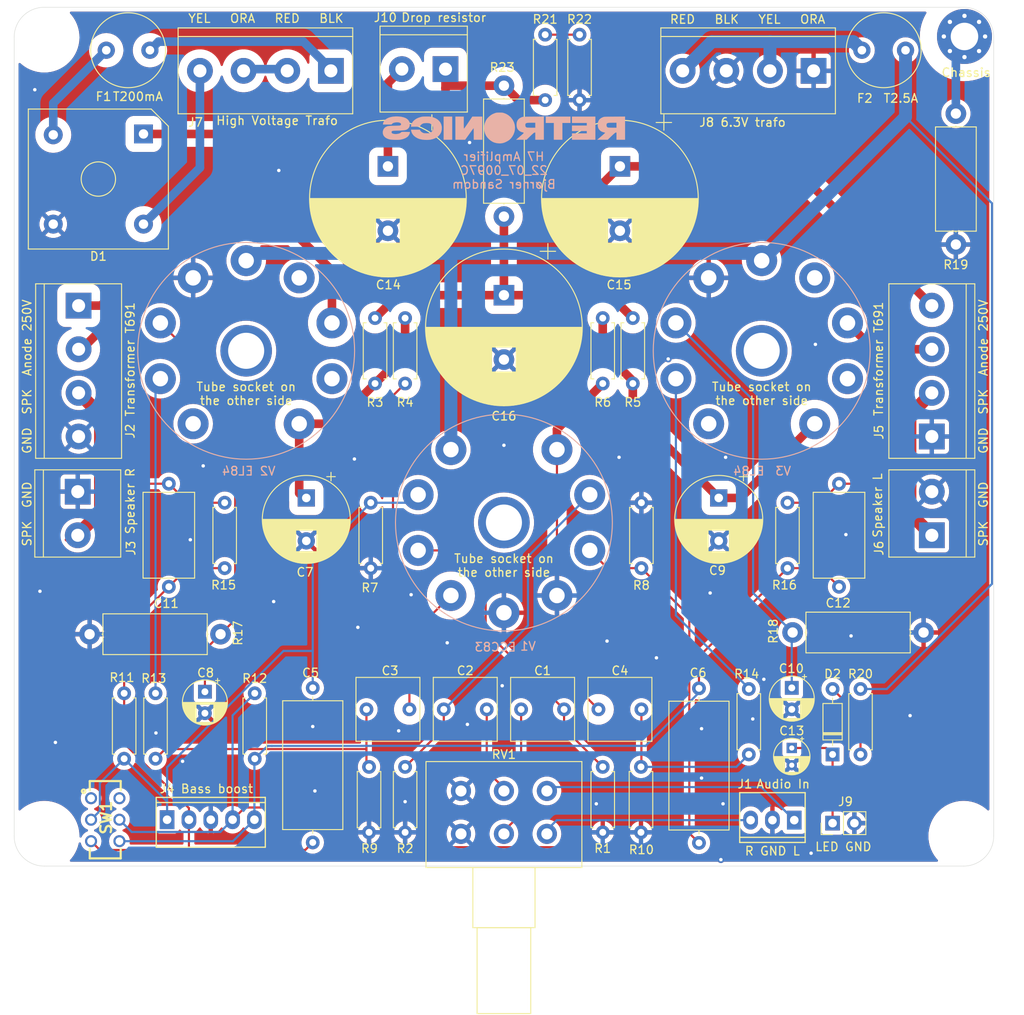
<source format=kicad_pcb>
(kicad_pcb (version 20211014) (generator pcbnew)
  (layers (0 "F.Cu" signal) (31 "B.Cu" signal) (34 "B.Paste" user) (35 "F.Paste" user) (36 "B.SilkS" user "B.Silkscreen") (37 "F.SilkS" user "F.Silkscreen") (38 "B.Mask" user) (39 "F.Mask" user) (44 "Edge.Cuts" user))
  (net 0 "")
  (net 1 "Net-(C1-Pad2)")
  (net 2 "Net-(C1-Pad1)")
  (net 3 "Net-(C2-Pad2)")
  (net 4 "Net-(C2-Pad1)")
  (net 5 "Net-(C3-Pad2)")
  (net 6 "Net-(C3-Pad1)")
  (net 7 "Net-(C4-Pad2)")
  (net 8 "Net-(C4-Pad1)")
  (net 9 "GND")
  (net 10 "Net-(C7-Pad1)")
  (net 11 "Net-(C8-Pad1)")
  (net 12 "Net-(C9-Pad1)")
  (net 13 "Net-(C10-Pad1)")
  (net 14 "Net-(C11-Pad2)")
  (net 15 "Net-(C12-Pad2)")
  (net 16 "Net-(C13-Pad1)")
  (net 17 "255V")
  (net 18 "220V")
  (net 19 "Net-(D1-Pad2)")
  (net 20 "Net-(F2-Pad2)")
  (net 21 "Heater")
  (net 22 "Net-(J1-Pad1)")
  (net 23 "Net-(R13-Pad2)")
  (net 24 "Net-(R14-Pad2)")
  (net 26 "Net-(F1-Pad1)")
  (net 27 "Net-(D1-Pad4)")
  (net 28 "Net-(J1-Pad3)")
  (net 29 "Net-(J2-Pad2)")
  (net 30 "Net-(C14-Pad1)")
  (net 31 "Net-(D2-Pad2)")
  (net 33 "BB_L_2")
  (net 34 "BB_L_1")
  (net 35 "BB_R_2")
  (net 36 "BB_R_1")
  (net 37 "Net-(J5-Pad3)")
  (net 38 "Net-(J7-Pad2)")
  (net 39 "Net-(H4-Pad1)")
  (net 40 "Net-(R21-Pad2)")
  (footprint "Capacitor_THT:C_Rect_L7.2mm_W7.2mm_P5.00mm_FKS2_FKP2_MKS2_MKP2" (layer "F.Cu") (at 143 116.75 180)
    (fp_text reference "C1")
    (fp_text value "47nF")
  )
  (footprint "Capacitor_THT:C_Rect_L7.2mm_W7.2mm_P5.00mm_FKS2_FKP2_MKS2_MKP2" (layer "F.Cu") (at 129 116.75)
    (fp_text reference "C2")
    (fp_text value "47nF")
  )
  (footprint "Capacitor_THT:C_Rect_L7.2mm_W7.2mm_P5.00mm_FKS2_FKP2_MKS2_MKP2" (layer "F.Cu") (at 125 116.75 180)
    (fp_text reference "C3")
    (fp_text value "47nF")
  )
  (footprint "Capacitor_THT:C_Rect_L7.2mm_W7.2mm_P5.00mm_FKS2_FKP2_MKS2_MKP2" (layer "F.Cu") (at 147 116.75)
    (fp_text reference "C4")
    (fp_text value "47nF")
  )
  (footprint "myDevices:C_Axial_L15.0mm_D7mm_P18.00mm_Horizontal" (layer "F.Cu") (at 113.75 114.25 -90)
    (fp_text reference "C5")
    (fp_text value "220nF")
  )
  (footprint "myDevices:C_Axial_L15.0mm_D7mm_P18.00mm_Horizontal" (layer "F.Cu") (at 158.7 132.3 90)
    (fp_text reference "C6")
    (fp_text value "220nF")
  )
  (footprint "Capacitor_THT:CP_Radial_D5.0mm_P2.50mm" (layer "F.Cu") (at 101.2 114.7 -90)
    (fp_text reference "C8")
    (fp_text value "100µF 16V")
  )
  (footprint "Capacitor_THT:CP_Radial_D10.0mm_P5.00mm" (layer "F.Cu") (at 161 92.132323 -90)
    (fp_text reference "C9")
    (fp_text value "4.7µF 400V")
  )
  (footprint "Capacitor_THT:CP_Radial_D5.0mm_P2.50mm" (layer "F.Cu") (at 169.5 114.25 -90)
    (fp_text reference "C10")
    (fp_text value "100µF 16V")
  )
  (footprint "myDevices:C_Axial_L10.0mm_D6mm_P12.00mm_Horizontal" (layer "F.Cu") (at 97 102.475 90)
    (fp_text reference "C11")
    (fp_text value "330pF")
  )
  (footprint "myDevices:C_Axial_L10.0mm_D6mm_P12.00mm_Horizontal" (layer "F.Cu") (at 175 102.475 90)
    (fp_text reference "C12")
    (fp_text value "330pF")
  )
  (footprint "Fuse:Fuse_Littelfuse_372_D8.50mm" (layer "F.Cu") (at 182.74 40 180)
    (fp_text reference "F2")
    (fp_text value "T2.5A")
  )
  (footprint "myDevices:KF2510-3P" (layer "F.Cu") (at 167.25 129.65 180)
    (fp_text reference "J1")
    (fp_text value "Audio in")
  )
  (footprint "myDevices:TerminalBlock_LCSC_P5.08mm_4" (layer "F.Cu") (at 115.86 42.4 180)
    (fp_text reference "J7")
    (fp_text value "HighVoltage")
  )
  (footprint "Resistor_THT:R_Axial_DIN0207_L6.3mm_D2.5mm_P7.62mm_Horizontal" (layer "F.Cu") (at 147.5 123.45 -90)
    (fp_text reference "R1")
    (fp_text value "10MΩ")
  )
  (footprint "Resistor_THT:R_Axial_DIN0207_L6.3mm_D2.5mm_P7.62mm_Horizontal" (layer "F.Cu") (at 124.5 123.45 -90)
    (fp_text reference "R2")
    (fp_text value "10MΩ")
  )
  (footprint "Resistor_THT:R_Axial_DIN0207_L6.3mm_D2.5mm_P7.62mm_Horizontal" (layer "F.Cu") (at 121 71.19 -90)
    (fp_text reference "R3")
    (fp_text value "1.2kΩ")
  )
  (footprint "Resistor_THT:R_Axial_DIN0207_L6.3mm_D2.5mm_P7.62mm_Horizontal" (layer "F.Cu") (at 124.5 71.19 -90)
    (fp_text reference "R4")
    (fp_text value "200kΩ")
  )
  (footprint "Resistor_THT:R_Axial_DIN0207_L6.3mm_D2.5mm_P7.62mm_Horizontal" (layer "F.Cu") (at 151 71.19 -90)
    (fp_text reference "R5")
    (fp_text value "1.2kΩ")
  )
  (footprint "Resistor_THT:R_Axial_DIN0207_L6.3mm_D2.5mm_P7.62mm_Horizontal" (layer "F.Cu") (at 147.5 71.19 -90)
    (fp_text reference "R6")
    (fp_text value "200kΩ")
  )
  (footprint "Resistor_THT:R_Axial_DIN0207_L6.3mm_D2.5mm_P7.62mm_Horizontal" (layer "F.Cu") (at 120.5 92.69 -90)
    (fp_text reference "R7")
    (fp_text value "150Ω")
  )
  (footprint "Resistor_THT:R_Axial_DIN0207_L6.3mm_D2.5mm_P7.62mm_Horizontal" (layer "F.Cu") (at 152 100.31 90)
    (fp_text reference "R8")
    (fp_text value "150Ω")
  )
  (footprint "Resistor_THT:R_Axial_DIN0207_L6.3mm_D2.5mm_P7.62mm_Horizontal" (layer "F.Cu") (at 120.3 123.45 -90)
    (fp_text reference "R9")
    (fp_text value "510kΩ")
  )
  (footprint "Resistor_THT:R_Axial_DIN0207_L6.3mm_D2.5mm_P7.62mm_Horizontal" (layer "F.Cu") (at 151.95 123.45 -90)
    (fp_text reference "R10")
    (fp_text value "510kΩ")
  )
  (footprint "Resistor_THT:R_Axial_DIN0207_L6.3mm_D2.5mm_P7.62mm_Horizontal" (layer "F.Cu") (at 91.8 122.5 90)
    (fp_text reference "R11")
    (fp_text value "7.5kΩ")
  )
  (footprint "Resistor_THT:R_Axial_DIN0207_L6.3mm_D2.5mm_P7.62mm_Horizontal" (layer "F.Cu") (at 107 114.88 -90)
    (fp_text reference "R12")
    (fp_text value "7.5kΩ")
  )
  (footprint "Resistor_THT:R_Axial_DIN0207_L6.3mm_D2.5mm_P7.62mm_Horizontal" (layer "F.Cu") (at 95.45 122.5 90)
    (fp_text reference "R13")
    (fp_text value "3.3kΩ")
  )
  (footprint "Resistor_THT:R_Axial_DIN0207_L6.3mm_D2.5mm_P7.62mm_Horizontal" (layer "F.Cu") (at 164.5 122 90)
    (fp_text reference "R14")
    (fp_text value "3.3kΩ")
  )
  (footprint "Resistor_THT:R_Axial_DIN0207_L6.3mm_D2.5mm_P7.62mm_Horizontal" (layer "F.Cu") (at 103.5 100.31 90)
    (fp_text reference "R15")
    (fp_text value "3.3kΩ")
  )
  (footprint "Resistor_THT:R_Axial_DIN0207_L6.3mm_D2.5mm_P7.62mm_Horizontal" (layer "F.Cu") (at 169 100.31 90)
    (fp_text reference "R16")
    (fp_text value "3.3kΩ")
  )
  (footprint "Resistor_THT:R_Axial_DIN0414_L11.9mm_D4.5mm_P15.24mm_Horizontal" (layer "F.Cu") (at 103.02 108 180)
    (fp_text reference "R17")
    (fp_text value "160Ω 1W")
  )
  (footprint "Resistor_THT:R_Axial_DIN0414_L11.9mm_D4.5mm_P15.24mm_Horizontal" (layer "F.Cu") (at 169.6 107.8)
    (fp_text reference "R18")
    (fp_text value "160Ω 1W")
  )
  (footprint "Potentiometer_THT:Potentiometer_Alps_RK163_Dual_Horizontal" (layer "F.Cu") (at 131 131.25 -90)
    (fp_text reference "RV1")
    (fp_text value "200kΩ")
  )
  (footprint "MountingHole:MountingHole_3.2mm_M3" (layer "F.Cu") (at 82.5 38.5)
    (fp_text reference "H1" hide)
    (fp_text value "MountingHole")
  )
  (footprint "MountingHole:MountingHole_3.2mm_M3" (layer "F.Cu") (at 82.5 131.5)
    (fp_text reference "H2" hide)
    (fp_text value "MountingHole")
  )
  (footprint "MountingHole:MountingHole_3.2mm_M3" (layer "F.Cu") (at 189.5 131.5)
    (fp_text reference "H3" hide)
    (fp_text value "MountingHole")
  )
  (footprint "Capacitor_THT:CP_Radial_D18.0mm_P7.50mm" (layer "F.Cu") (at 122.5 53.52222 -90)
    (fp_text reference "C14")
    (fp_text value "47µF 400V")
  )
  (footprint "Fuse:Fuse_Littelfuse_372_D8.50mm" (layer "F.Cu") (at 94.8 40 180)
    (fp_text reference "F1")
    (fp_text value "T200mA")
  )
  (footprint "myDevices:TerminalBlock_LCSC_P5.08mm" (layer "F.Cu") (at 86.4 91.4 -90)
    (fp_text reference "J3")
    (fp_text value "Speaker L")
  )
  (footprint "myDevices:TerminalBlock_LCSC_P5.08mm" (layer "F.Cu") (at 185.8 96.48 90)
    (fp_text reference "J6")
    (fp_text value "Speaker R")
  )
  (footprint "myDevices:TerminalBlock_LCSC_P5.08mm_4" (layer "F.Cu") (at 86.5 69.74 -90)
    (fp_text reference "J2")
    (fp_text value "Tandberg 691")
  )
  (footprint "myDevices:TerminalBlock_LCSC_P5.08mm_4" (layer "F.Cu") (at 185.8 84.98 90)
    (fp_text reference "J5")
    (fp_text value "Tandberg 691")
  )
  (footprint "Resistor_THT:R_Axial_DIN0414_L11.9mm_D4.5mm_P15.24mm_Horizontal" (layer "F.Cu") (at 136 59.37 90)
    (fp_text reference "R23")
    (fp_text value "8.2kΩ 2W")
  )
  (footprint "Capacitor_THT:CP_Radial_D18.0mm_P7.50mm" (layer "F.Cu") (at 136 68.52222 -90)
    (fp_text reference "C16")
    (fp_text value "47µF 400V")
  )
  (footprint "Capacitor_THT:CP_Radial_D18.0mm_P7.50mm" (layer "F.Cu") (at 149.5 53.52222 -90)
    (fp_text reference "C15")
    (fp_text value "47µF 400V")
  )
  (footprint "myDevices:Diode_Bridge_Vishay_KBPC810" (layer "F.Cu") (at 94.05 49.75 -90)
    (fp_text reference "D1")
    (fp_text value "VS-KBPC810")
  )
  (footprint "SamacSys_Parts:JS202011CQN" (layer "F.Cu") (at 89.6 129.6 -90)
    (fp_text reference "SW1")
    (fp_text value "SW_DPDT_x2" hide)
  )
  (footprint "Capacitor_THT:CP_Radial_D10.0mm_P5.00mm" (layer "F.Cu") (at 113 92.132323 -90)
    (fp_text reference "C7")
    (fp_text value "4.7µF 400V")
  )
  (footprint "myDevices:TerminalBlock_LCSC_P5.08mm" (layer "F.Cu") (at 129.2 42.2 180)
    (fp_text reference "J10")
    (fp_text value "Ext resistor")
  )
  (footprint "Resistor_THT:R_Axial_DIN0207_L6.3mm_D2.5mm_P7.62mm_Horizontal" (layer "F.Cu") (at 140.8 45.81 90)
    (fp_text reference "R21")
    (fp_text value "330kΩ")
  )
  (footprint "Resistor_THT:R_Axial_DIN0207_L6.3mm_D2.5mm_P7.62mm_Horizontal" (layer "F.Cu") (at 144.8 38.19 -90)
    (fp_text reference "R22")
    (fp_text value "330kΩ")
  )
  (footprint "Resistor_THT:R_Axial_DIN0414_L11.9mm_D4.5mm_P15.24mm_Horizontal" (layer "F.Cu") (at 188.6 47.38 -90)
    (fp_text reference "R19")
    (fp_text value "100Ω 2W")
  )
  (footprint "Capacitor_THT:CP_Radial_D4.0mm_P2.00mm" (layer "F.Cu") (at 169.5 121.25 -90)
    (fp_text reference "C13")
    (fp_text value "22µF")
  )
  (footprint "Diode_THT:D_DO-35_SOD27_P7.62mm_Horizontal" (layer "F.Cu") (at 174.25 122 90)
    (fp_text reference "D2")
    (fp_text value "1N4148")
  )
  (footprint "Connector_PinHeader_2.54mm:PinHeader_1x02_P2.54mm_Vertical" (layer "F.Cu") (at 174.25 130 90)
    (fp_text reference "J9")
    (fp_text value "Power LED")
  )
  (footprint "Resistor_THT:R_Axial_DIN0207_L6.3mm_D2.5mm_P7.62mm_Horizontal" (layer "F.Cu") (at 177.5 114.38 -90)
    (fp_text reference "R20")
    (fp_text value "330Ω")
  )
  (footprint "myDevices:TerminalBlock_LCSC_P5.08mm_4" (layer "F.Cu") (at 172.04 42.4 180)
    (fp_text reference "J8")
    (fp_text value "Heaters 6.3V")
  )
  (footprint "MountingHole:MountingHole_3.2mm_M3_Pad_Via" (layer "F.Cu") (at 189.6 38.4)
    (fp_text reference "H4" hide)
    (fp_text value "MountingHole_Pad")
  )
  (footprint "myDevices:KF2510-5P" (layer "F.Cu") (at 96.8 129.6)
    (fp_text reference "J4")
    (fp_text value "Bass boost")
  )
  (footprint "myDevices:Socket_Noval_Ceramic_1" (layer "B.Cu") (at 106 75)
    (fp_text reference "V2")
    (fp_text value "EL84")
  )
  (footprint "myDevices:Socket_Noval_Ceramic_1" (layer "B.Cu") (at 166 75)
    (fp_text reference "V3")
    (fp_text value "EL84")
  )
  (footprint "myDevices:Socket_Noval_Ceramic_1" (layer "B.Cu") (at 136 95 180)
    (fp_text reference "V1")
    (fp_text value "ECC83")
  )
  (footprint "Graphics:retronics_logo_small" (layer "B.Cu") (at 135.99664 49 180)
    (fp_text reference "G***" hide)
    (fp_text value "LOGO" hide)
  )
  (gr_line (start 79 131.5) (end 79 38.5) (layer "Edge.Cuts") (width 0.05))
  (gr_line (start 193 38.5) (end 193 131.5) (layer "Edge.Cuts") (width 0.05))
  (gr_arc (start 79 38.5) (mid 80.025126 36.025126) (end 82.5 35) (layer "Edge.Cuts") (width 0.05))
  (gr_arc (start 82.5 135) (mid 80.025126 133.974874) (end 79 131.5) (layer "Edge.Cuts") (width 0.05))
  (gr_line (start 82.5 35) (end 189.5 35) (layer "Edge.Cuts") (width 0.05))
  (gr_line (start 189.5 135) (end 82.5 135) (layer "Edge.Cuts") (width 0.05))
  (gr_arc (start 189.5 35) (mid 191.974874 36.025126) (end 193 38.5) (layer "Edge.Cuts") (width 0.05))
  (gr_arc (start 193 131.5) (mid 191.974874 133.974874) (end 189.5 135) (layer "Edge.Cuts") (width 0.05))
  (gr_text "EL84" (at 105 89) (layer "B.SilkS") (effects (font (size 1 1)) (justify mirror)))
  (gr_text "ECC83" (at 135 109.5) (layer "B.SilkS") (effects (font (size 1 1)) (justify mirror)))
  (gr_text "H7 Amplifier\n22_07_0097C\nBjørner Sandom\n" (at 136 54) (layer "B.SilkS") (effects (font (size 1 1)) (justify mirror)))
  (gr_text "EL84" (at 164.5 89) (layer "B.SilkS") (effects (font (size 1 1)) (justify mirror)))
  (gr_text "Speaker L" (at 179.5 93 90) (layer "F.SilkS") (effects (font (size 1 1))))
  (gr_text "SPK  GND" (at 191.8 94 90) (layer "F.SilkS") (effects (font (size 1 1))))
  (gr_text "SPK  GND" (at 80.5 94 90) (layer "F.SilkS") (effects (font (size 1 1))))
  (gr_text "Speaker R" (at 92.5 92.5 90) (layer "F.SilkS") (effects (font (size 1 1))))
  (gr_text "T200mA" (at 93.4 45.4) (layer "F.SilkS") (effects (font (size 1 1))))
  (gr_text "T2.5A" (at 182.2 45.6) (layer "F.SilkS") (effects (font (size 1 1))))
  (gr_text "Tube socket on\nthe other side" (at 166 80) (layer "F.SilkS") (effects (font (size 1 1))))
  (gr_text "GND  SPK  Anode 250V" (at 80.5 78 90) (layer "F.SilkS") (effects (font (size 1 1))))
  (gr_text "High Voltage Trafo" (at 109.6 48.2) (layer "F.SilkS") (effects (font (size 1 1))))
  (gr_text "Drop resistor" (at 129 36.2) (layer "F.SilkS") (effects (font (size 1 1))))
  (gr_text "LED GND" (at 175.5 132.75) (layer "F.SilkS") (effects (font (size 1 1))))
  (gr_text "Chassis" (at 189.8 42.6) (layer "F.SilkS") (effects (font (size 1 1))))
  (gr_text "RED   BLK   YEL   ORA" (at 164.36 36.4) (layer "F.SilkS") (effects (font (size 1 1))))
  (gr_text "Bass boost" (at 102.6 126) (layer "F.SilkS") (effects (font (size 1 1))))
  (gr_text "YEL   ORA   RED   BLK" (at 108.3 36.3) (layer "F.SilkS") (effects (font (size 1 1))))
  (gr_text "R GND L" (at 167.25 133.25) (layer "F.SilkS") (effects (font (size 1 1))))
  (gr_text "Tube socket on\nthe other side" (at 136 100) (layer "F.SilkS") (effects (font (size 1 1))))
  (gr_text "Audio In" (at 168.5 125.45) (layer "F.SilkS") (effects (font (size 1 1))))
  (gr_text "GND  SPK  Anode 250V" (at 191.8 78 90) (layer "F.SilkS") (effects (font (size 1 1))))
  (gr_text "Transformer T691" (at 179.6 75.94 90) (layer "F.SilkS") (effects (font (size 1 1))))
  (gr_text "6.3V trafo" (at 165 48.4) (layer "F.SilkS") (effects (font (size 1 1))))
  (gr_text "Tube socket on\nthe other side" (at 106 80) (layer "F.SilkS") (effects (font (size 1 1))))
  (gr_text "Transformer T691" (at 92.5 76 90) (layer "F.SilkS") (effects (font (size 1 1))))
  (segment (start 138 128.91) (end 138 116.75) (width 0.25) (layer "F.Cu") (net 1))
  (segment (start 136 130.91) (end 138 128.91) (width 0.25) (layer "F.Cu") (net 1))
  (segment (start 133.875489 107.625489) (end 133.875489 103.275489) (width 0.25) (layer "F.Cu") (net 2))
  (segment (start 143 116.75) (end 143 118.95) (width 0.25) (layer "F.Cu") (net 2))
  (segment (start 128.844678 98.244678) (end 126.013907 98.244678) (width 0.25) (layer "F.Cu") (net 2))
  (segment (start 143 118.95) (end 147.5 123.45) (width 0.25) (layer "F.Cu") (net 2))
  (segment (start 143 116.75) (end 133.875489 107.625489) (width 0.25) (layer "F.Cu") (net 2))
  (segment (start 133.875489 103.275489) (end 128.844678 98.244678) (width 0.25) (layer "F.Cu") (net 2))
  (segment (start 134 116.75) (end 134 123.91) (width 0.25) (layer "F.Cu") (net 3))
  (segment (start 134 123.91) (end 136 125.91) (width 0.25) (layer "F.Cu") (net 3))
  (segment (start 129 118.95) (end 124.5 123.45) (width 0.25) (layer "F.Cu") (net 4))
  (segment (start 129 117.25) (end 129 118.95) (width 0.25) (layer "F.Cu") (net 4))
  (segment (start 138.8 107) (end 138.8 98.941415) (width 0.25) (layer "B.Cu") (net 4))
  (segment (start 129.05 116.75) (end 138.8 107) (width 0.25) (layer "B.Cu") (net 4))
  (segment (start 138.8 98.941415) (end 145.986093 91.755322) (width 0.25) (layer "B.Cu") (net 4))
  (segment (start 129 116.75) (end 129.05 116.75) (width 0.25) (layer "B.Cu") (net 4))
  (segment (start 119.975489 121.375489) (end 120 121.4) (width 0.25) (layer "F.Cu") (net 5))
  (segment (start 95.45 122.5) (end 96.574511 121.375489) (width 0.25) (layer "F.Cu") (net 5))
  (segment (start 120 123.3) (end 120.3 123.6) (width 0.25) (layer "F.Cu") (net 5))
  (segment (start 120 121.4) (end 120 123.3) (width 0.25) (layer "F.Cu") (net 5))
  (segment (start 96.574511 121.375489) (end 119.975489 121.375489) (width 0.25) (layer "F.Cu") (net 5))
  (segment (start 120 117.25) (end 120 121.4) (width 0.25) (layer "F.Cu") (net 5))
  (segment (start 125 116.75) (end 125 108.322933) (width 0.25) (layer "F.Cu") (net 6))
  (segment (start 125 108.322933) (end 129.828255 103.494678) (width 0.25) (layer "F.Cu") (net 6))
  (segment (start 124.5 78.81) (end 123.089396 80.220604) (width 0.25) (layer "F.Cu") (net 6))
  (segment (start 123.089396 106.412329) (end 125 108.322933) (width 0.25) (layer "F.Cu") (net 6))
  (segment (start 123.089396 80.220604) (end 123.089396 106.412329) (width 0.25) (layer "F.Cu") (net 6))
  (segment (start 152 123.4) (end 151.95 123.45) (width 0.25) (layer "F.Cu") (net 7))
  (segment (start 152 117.25) (end 152 123.4) (width 0.25) (layer "F.Cu") (net 7))
  (segment (start 163.05 123.45) (end 164.5 122) (width 0.25) (layer "B.Cu") (net 7))
  (segment (start 151.95 123.45) (end 163.05 123.45) (width 0.25) (layer "B.Cu") (net 7))
  (segment (start 145.475489 101.875489) (end 142.171745 98.571745) (width 0.25) (layer "F.Cu") (net 8))
  (segment (start 147 116.75) (end 145.475489 115.225489) (width 0.25) (layer "F.Cu") (net 8))
  (segment (start 142.171745 84.138255) (end 147.5 78.81) (width 1) (layer "F.Cu") (net 8))
  (segment (start 142.171745 98.571745) (end 142.171745 86.505322) (width 0.25) (layer "F.Cu") (net 8))
  (segment (start 142.171745 86.505322) (end 142.171745 86.171745) (width 1) (layer "F.Cu") (net 8))
  (segment (start 142.171745 86.505322) (end 142.171745 84.138255) (width 1) (layer "F.Cu") (net 8))
  (segment (start 145.475489 115.225489) (end 145.475489 101.875489) (width 0.25) (layer "F.Cu") (net 8))
  (via (at 153.75 110.75) (size 0.8) (drill 0.4) (layers "F.Cu" "B.Cu") (net 9))
  (via (at 136 86) (size 0.8) (drill 0.4) (layers "F.Cu" "B.Cu") (net 9))
  (via (at 124.5 127.5) (size 0.8) (drill 0.4) (layers "F.Cu" "B.Cu") (net 9))
  (via (at 183.27 117.48) (size 0.8) (drill 0.4) (layers "F.Cu" "B.Cu") (net 9))
  (via (at 118.6 87.6) (size 0.8) (drill 0.4) (layers "F.Cu" "B.Cu") (net 9))
  (via (at 81.4 44.6) (size 0.8) (drill 0.4) (layers "F.Cu" "B.Cu") (net 9))
  (via (at 171.75 133.5) (size 0.8) (drill 0.4) (layers "F.Cu" "B.Cu") (net 9))
  (via (at 123.75 119.25) (size 0.8) (drill 0.4) (layers "F.Cu" "B.Cu") (net 9))
  (via (at 148 108.8) (size 0.8) (drill 0.4) (layers "F.Cu" "B.Cu") (net 9))
  (via (at 175.8 96.4) (size 0.8) (drill 0.4) (layers "F.Cu" "B.Cu") (net 9))
  (via (at 95.5 119.5) (size 0.8) (drill 0.4) (layers "F.Cu" "B.Cu") (net 9))
  (via (at 129.4 109) (size 0.8) (drill 0.4) (layers "F.Cu" "B.Cu") (net 9))
  (via (at 125.2 103.4) (size 0.8) (drill 0.4) (layers "F.Cu" "B.Cu") (net 9))
  (via (at 109.8 54) (size 0.8) (drill 0.4) (layers "F.Cu" "B.Cu") (net 9))
  (via (at 176.4 108.2) (size 0.8) (drill 0.4) (layers "F.Cu" "B.Cu") (net 9))
  (via (at 159 124.75) (size 0.8) (drill 0.4) (layers "F.Cu" "B.Cu") (net 9))
  (via (at 161.5 127.75) (size 0.8) (drill 0.4) (layers "F.Cu" "B.Cu") (net 9))
  (via (at 114 126.25) (size 0.8) (drill 0.4) (layers "F.Cu" "B.Cu") (net 9))
  (via (at 101 88.4) (size 0.8) (drill 0.4) (layers "F.Cu" "B.Cu") (net 9))
  (via (at 82 103) (size 0.8) (drill 0.4) (layers "F.Cu" "B.Cu") (net 9))
  (via (at 113.75 118.75) (size 0.8) (drill 0.4) (layers "F.Cu" "B.Cu") (net 9))
  (via (at 172.25 74.25) (size 0.8) (drill 0.4) (layers "F.Cu" "B.Cu") (net 9))
  (via (at 159 119) (size 0.8) (drill 0.4) (layers "F.Cu" "B.Cu") (net 9))
  (via (at 135.8 114) (size 0.8) (drill 0.4) (layers "F.Cu" "B.Cu") (net 9))
  (via (at 83.8 120.6) (size 0.8) (drill 0.4) (layers "F.Cu" "B.Cu") (net 9))
  (via (at 99.5 97) (size 0.8) (drill 0.4) (layers "F.Cu" "B.Cu") (net 9))
  (via (at 164.96 117.87) (size 0.8) (drill 0.4) (layers "F.Cu" "B.Cu") (net 9))
  (via (at 155.12 75.95) (size 0.8) (drill 0.4) (layers "F.Cu" "B.Cu") (net 9))
  (via (at 160 103.2) (size 0.8) (drill 0.4) (layers "F.Cu" "B.Cu") (net 9))
  (via (at 109.2 104.2) (size 0.8) (drill 0.4) (layers "F.Cu" "B.Cu") (net 9))
  (via (at 146.75 127.75) (size 0.8) (drill 0.4) (layers "F.Cu" "B.Cu") (net 9))
  (via (at 131.75 118.5) (size 0.8) (drill 0.4) (layers "F.Cu" "B.Cu") (net 9))
  (via (at 166.25 113.25) (size 0.8) (drill 0.4) (layers "F.Cu" "B.Cu") (net 9))
  (via (at 119 107.2) (size 0.8) (drill 0.4) (layers "F.Cu" "B.Cu") (net 9))
  (via (at 132 50.75) (size 0.8) (drill 0.4) (layers "F.Cu" "B.Cu") (net 9))
  (via (at 161.25 134.25) (size 0.8) (drill 0.4) (layers "F.Cu" "B.Cu") (net 9))
  (via (at 161.8 87.4) (size 0.8) (drill 0.4) (layers "F.Cu" "B.Cu") (net 9))
  (via (at 149.4 87.4) (size 0.8) (drill 0.4) (layers "F.Cu" "B.Cu") (net 9))
  (via (at 98.6 122.8) (size 0.8) (drill 0.4) (layers "F.Cu" "B.Cu") (net 9))
  (segment (start 121 78.81) (end 116.315322 83.494678) (width 1) (layer "F.Cu") (net 10))
  (segment (start 124.5 71.19) (end 124.5 75.31) (width 1) (layer "F.Cu") (net 10))
  (segment (start 124.5 75.31) (end 121 78.81) (width 1) (layer "F.Cu") (net 10))
  (segment (start 116.315322 83.494678) (end 112.171745 83.494678) (width 1) (layer "F.Cu") (net 10))
  (segment (start 113 92.132323) (end 113 92.4) (width 1) (layer "F.Cu") (net 10))
  (segment (start 112.171745 91.571745) (end 112.171745 83.494678) (width 1) (layer "F.Cu") (net 10))
  (segment (start 113 92.4) (end 112.171745 91.571745) (width 1) (layer "F.Cu") (net 10))
  (segment (start 104.724511 106.295489) (end 104.724511 80.465926) (width 0.25) (layer "F.Cu") (net 11))
  (segment (start 101.2 114.7) (end 101.2 109.82) (width 0.25) (layer "F.Cu") (net 11))
  (segment (start 101.2 109.82) (end 103.02 108) (width 0.25) (layer "F.Cu") (net 11))
  (segment (start 104.724511 80.465926) (end 96.013907 71.755322) (width 0.25) (layer "F.Cu") (net 11))
  (segment (start 103.02 108) (end 104.724511 106.295489) (width 0.25) (layer "F.Cu") (net 11))
  (segment (start 161 92.132323) (end 151 82.132323) (width 1) (layer "F.Cu") (net 12))
  (segment (start 147.5 75) (end 147.5 71.19) (width 1) (layer "F.Cu") (net 12))
  (segment (start 163.5341 92.132323) (end 161 92.132323) (width 1) (layer "F.Cu") (net 12))
  (segment (start 172.171745 83.494678) (end 163.5341 92.132323) (width 1) (layer "F.Cu") (net 12))
  (segment (start 151 82.132323) (end 151 78.81) (width 1) (layer "F.Cu") (net 12))
  (segment (start 151 78.81) (end 151 78.5) (width 1) (layer "F.Cu") (net 12))
  (segment (start 151 78.5) (end 147.5 75) (width 1) (layer "F.Cu") (net 12))
  (segment (start 156.013907 71.755322) (end 165 80.741415) (width 0.25) (layer "B.Cu") (net 13))
  (segment (start 169.5 114.25) (end 169.5 107.9) (width 0.25) (layer "B.Cu") (net 13))
  (segment (start 165 103.2) (end 169.6 107.8) (width 0.25) (layer "B.Cu") (net 13))
  (segment (start 169.5 107.9) (end 169.6 107.8) (width 0.25) (layer "B.Cu") (net 13))
  (segment (start 165 80.741415) (end 165 103.2) (width 0.25) (layer "B.Cu") (net 13))
  (segment (start 99.215 92.69) (end 97 90.475) (width 0.25) (layer "F.Cu") (net 14))
  (segment (start 89.049511 82.449511) (end 86.5 79.9) (width 1.5) (layer "F.Cu") (net 14))
  (segment (start 89.049511 90.249511) (end 89.049511 82.449511) (width 1.5) (layer "F.Cu") (net 14))
  (segment (start 85.92 97.08) (end 86 97) (width 0.25) (layer "F.Cu") (net 14))
  (segment (start 85.31 97.08) (end 85.08 97.08) (width 0.25) (layer "F.Cu") (net 14))
  (segment (start 89.049511 93.740489) (end 89.049511 90.249511) (width 1.5) (layer "F.Cu") (net 14))
  (segment (start 85.31 97.08) (end 85.92 97.08) (width 0.25) (layer "F.Cu") (net 14))
  (segment (start 103.5 92.69) (end 99.215 92.69) (width 0.25) (layer "F.Cu") (net 14))
  (segment (start 86.31 96.48) (end 89.049511 93.740489) (width 1.5) (layer "F.Cu") (net 14))
  (segment (start 89.049511 90.249511) (end 89.275 90.475) (width 0.25) (layer "F.Cu") (net 14))
  (segment (start 85.08 97.08) (end 85 97) (width 0.25) (layer "F.Cu") (net 14))
  (segment (start 89.275 90.475) (end 97 90.475) (width 0.25) (layer "F.Cu") (net 14))
  (segment (start 183.250489 90.750489) (end 183.250489 82.449511) (width 1.5) (layer "F.Cu") (net 15))
  (segment (start 182.975 90.475) (end 183.250489 90.750489) (width 0.25) (layer "F.Cu") (net 15))
  (segment (start 172.785 92.69) (end 175 90.475) (width 0.25) (layer "F.Cu") (net 15))
  (segment (start 175 90.475) (end 182.975 90.475) (width 0.25) (layer "F.Cu") (net 15))
  (segment (start 183.250489 93.930489) (end 183.250489 90.750489) (width 1.5) (layer "F.Cu") (net 15))
  (segment (start 183.250489 82.449511) (end 185.8 79.9) (width 1.5) (layer "F.Cu") (net 15))
  (segment (start 169 92.69) (end 172.785 92.69) (width 0.25) (layer "F.Cu") (net 15))
  (segment (start 185.8 96.48) (end 183.250489 93.930489) (width 1.5) (layer "F.Cu") (net 15))
  (segment (start 169.5 121.25) (end 173.5 121.25) (width 0.25) (layer "F.Cu") (net 16))
  (segment (start 174.25 122) (end 174.25 130) (width 0.25) (layer "F.Cu") (net 16))
  (segment (start 173.5 121.25) (end 174.25 122) (width 0.25) (layer "F.Cu") (net 16))
  (segment (start 129.47 44.13) (end 129.2 44.4) (width 1) (layer "F.Cu") (net 17))
  (segment (start 86.5 69.74) (end 89.099615 69.74) (width 1) (layer "F.Cu") (net 17))
  (segment (start 129.2 56) (end 129.421731 56.221731) (width 1) (layer "F.Cu") (net 17))
  (segment (start 146.800489 56.221731) (end 149.5 53.52222) (width 1) (layer "F.Cu") (net 17))
  (segment (start 129.421731 56.221731) (end 146.800489 56.221731) (width 1) (layer "F.Cu") (net 17))
  (segment (start 149.5 53.52222) (end 169.58222 53.52222) (width 1) (layer "F.Cu") (net 17))
  (segment (start 140.8 45.81) (end 137.68 45.81) (width 1) (layer "F.Cu") (net 17))
  (segment (start 137.68 45.81) (end 136 44.13) (width 1) (layer "F.Cu") (net 17))
  (segment (start 136 44.13) (end 129.47 44.13) (width 1) (layer "F.Cu") (net 17))
  (segment (start 89.099615 69.74) (end 102.617884 56.221731) (width 1) (layer "F.Cu") (net 17))
  (segment (start 129.2 44.4) (end 129.2 56) (width 1) (layer "F.Cu") (net 17))
  (segment (start 169.58222 53.52222) (end 185.8 69.74) (width 1) (layer "F.Cu") (net 17))
  (segment (start 129.2 42.2) (end 129.2 44.4) (width 1) (layer "F.Cu") (net 17))
  (segment (start 102.617884 56.221731) (end 129.421731 56.221731) (width 1) (layer "F.Cu") (net 17))
  (segment (start 121 71.19) (end 123.66778 68.52222) (width 1) (layer "F.Cu") (net 18))
  (segment (start 136 68.52222) (end 136 59.37) (width 1) (layer "F.Cu") (net 18))
  (segment (start 148.33222 68.52222) (end 136 68.52222) (width 1) (layer "F.Cu") (net 18))
  (segment (start 123.66778 68.52222) (end 136 68.52222) (width 1) (layer "F.Cu") (net 18))
  (segment (start 151 71.19) (end 148.33222 68.52222) (width 1) (layer "F.Cu") (net 18))
  (segment (start 83.55 49.85) (end 83.55 46.17) (width 1) (layer "B.Cu") (net 19))
  (segment (start 83.55 46.17) (end 89.72 40) (width 1) (layer "B.Cu") (net 19))
  (segment (start 166.96 39.04) (end 167 39) (width 1.5) (layer "B.Cu") (net 20))
  (segment (start 177.66 40) (end 176.66 39) (width 1.5) (layer "B.Cu") (net 20))
  (segment (start 176.66 39) (end 167 39) (width 1.5) (layer "B.Cu") (net 20))
  (segment (start 167 39) (end 160.2 39) (width 1.5) (layer "B.Cu") (net 20))
  (segment (start 160.2 39) (end 156.8 42.4) (width 1.5) (layer "B.Cu") (net 20))
  (segment (start 166.96 42.4) (end 166.96 39.04) (width 1.5) (layer "B.Cu") (net 20))
  (segment (start 130.155811 63.655811) (end 165.155811 63.655811) (width 1.5) (layer "B.Cu") (net 21))
  (segment (start 130.155811 63.655811) (end 129.828255 63.983367) (width 1.5) (layer "B.Cu") (net 21))
  (segment (start 106 64.5) (end 106.844189 63.655811) (width 1.5) (layer "B.Cu") (net 21))
  (segment (start 182.74 47.76) (end 182.74 40) (width 1.5) (layer "B.Cu") (net 21))
  (segment (start 192.8 57.82) (end 182.74 47.76) (width 0.25) (layer "B.Cu") (net 21))
  (segment (start 177.5 114.38) (end 180.557407 114.38) (width 0.25) (layer "B.Cu") (net 21))
  (segment (start 129.828255 63.983367) (end 129.828255 86.505322) (width 1.5) (layer "B.Cu") (net 21))
  (segment (start 106.844189 63.655811) (end 130.155811 63.655811) (width 1.5) (layer "B.Cu") (net 21))
  (segment (start 180.557407 114.38) (end 192.8 102.137407) (width 0.25) (layer "B.Cu") (net 21))
  (segment (start 166 64.5) (end 182.74 47.76) (width 1.5) (layer "B.Cu") (net 21))
  (segment (start 192.8 102.137407) (end 192.8 57.82) (width 0.25) (layer "B.Cu") (net 21))
  (segment (start 165.155811 63.655811) (end 166 64.5) (width 1.5) (layer "B.Cu") (net 21))
  (segment (start 141 125.8) (end 165.94 125.8) (width 0.25) (layer "B.Cu") (net 22))
  (segment (start 165.94 125.8) (end 169.79 129.65) (width 0.25) (layer "B.Cu") (net 22))
  (segment (start 95.45 78.808585) (end 96.013907 78.244678) (width 0.25) (layer "B.Cu") (net 23))
  (segment (start 95.45 114.88) (end 95.45 78.808585) (width 0.25) (layer "B.Cu") (net 23))
  (segment (start 164.58 114.38) (end 156.013907 105.813907) (width 0.25) (layer "B.Cu") (net 24))
  (segment (start 164.5 114.38) (end 164.58 114.38) (width 0.25) (layer "B.Cu") (net 24))
  (segment (start 156.013907 105.813907) (end 156.013907 78.244678) (width 0.25) (layer "B.Cu") (net 24))
  (segment (start 112.66 39) (end 115.86 42.2) (width 1) (layer "B.Cu") (net 26))
  (segment (start 95.8 39) (end 112.66 39) (width 1) (layer "B.Cu") (net 26))
  (segment (start 94.8 40) (end 95.8 39) (width 1) (layer "B.Cu") (net 26))
  (segment (start 100.62 53.68) (end 94.05 60.25) (width 1) (layer "B.Cu") (net 27))
  (segment (start 100.62 42.2) (end 100.62 53.68) (width 1) (layer "B.Cu") (net 27))
  (segment (start 141 130.8) (end 142.15 129.65) (width 0.25) (layer "B.Cu") (net 28))
  (segment (start 142.15 129.65) (end 164.71 129.65) (width 0.25) (layer "B.Cu") (net 28))
  (segment (start 86.847363 74.82) (end 86.5 74.82) (width 1) (layer "F.Cu") (net 29))
  (segment (start 115.986093 71.755322) (end 115.986093 65.653456) (width 1) (layer "F.Cu") (net 29))
  (segment (start 111.533126 61.200489) (end 100.466874 61.200489) (width 1) (layer "F.Cu") (net 29))
  (segment (start 115.986093 65.653456) (end 111.533126 61.200489) (width 1) (layer "F.Cu") (net 29))
  (segment (start 100.466874 61.200489) (end 86.847363 74.82) (width 1) (layer "F.Cu") (net 29))
  (segment (start 122.5 53.52222) (end 122.5 49.7) (width 1) (layer "F.Cu") (net 30))
  (segment (start 122.45 49.75) (end 122.5 49.7) (width 1) (layer "F.Cu") (net 30))
  (segment (start 122.5 43.82) (end 124.12 42.2) (width 1) (layer "F.Cu") (net 30))
  (segment (start 94.05 49.75) (end 122.45 49.75) (width 1) (layer "F.Cu") (net 30))
  (segment (start 122.5 49.7) (end 122.5 43.82) (width 1) (layer "F.Cu") (net 30))
  (segment (start 177.5 122) (end 177.5 117.63) (width 0.25) (layer "F.Cu") (net 31))
  (segment (start 177.5 117.63) (end 174.25 114.38) (width 0.25) (layer "F.Cu") (net 31))
  (segment (start 112.875489 133.124511) (end 99.275489 133.124511) (width 0.25) (layer "F.Cu") (net 33))
  (segment (start 99.275489 133.124511) (end 88.974511 133.124511) (width 0.25) (layer "F.Cu") (net 33))
  (segment (start 91.8 120.71) (end 91.8 114.88) (width 0.25) (layer "F.Cu") (net 33))
  (segment (start 88.974511 133.124511) (end 87.95 132.1) (width 0.25) (layer "F.Cu") (net 33))
  (segment (start 103.5 100.31) (end 99.165 100.31) (width 0.25) (layer "F.Cu") (net 33))
  (segment (start 99.34 133.06) (end 99.275489 133.124511) (width 0.25) (layer "F.Cu") (net 33))
  (segment (start 99.165 100.31) (end 97 102.475) (width 0.25) (layer "F.Cu") (net 33))
  (segment (start 91.8 114.88) (end 91.8 107.675) (width 0.25) (layer "F.Cu") (net 33))
  (segment (start 91.8 107.675) (end 97 102.475) (width 0.25) (layer "F.Cu") (net 33))
  (segment (start 99.34 129.6) (end 99.34 133.06) (width 0.25) (layer "F.Cu") (net 33))
  (segment (start 99.34 129.6) (end 99.34 128.25) (width 0.25) (layer "F.Cu") (net 33))
  (segment (start 113.75 132.25) (end 112.875489 133.124511) (width 0.25) (layer "F.Cu") (net 33))
  (segment (start 99.34 128.25) (end 91.8 120.71) (width 0.25) (layer "F.Cu") (net 33))
  (segment (start 96.8 127.5) (end 91.8 122.5) (width 0.25) (layer "B.Cu") (net 34))
  (segment (start 87.95 129.6) (end 88.974511 128.575489) (width 0.25) (layer "B.Cu") (net 34))
  (segment (start 110.3397 109.95) (end 113.75 109.95) (width 0.25) (layer "B.Cu") (net 34))
  (segment (start 88.974511 128.575489) (end 88.974511 125.325489) (width 0.25) (layer "B.Cu") (net 34))
  (segment (start 96.8 129.6) (end 96.8 127.5) (width 0.25) (layer "B.Cu") (net 34))
  (segment (start 96.8 127.5) (end 96.8 123.4897) (width 0.25) (layer "B.Cu") (net 34))
  (segment (start 113.75 114.65) (end 113.75 114.25) (width 0.25) (layer "B.Cu") (net 34))
  (segment (start 113.75 114.25) (end 113.75 109.95) (width 0.25) (layer "B.Cu") (net 34))
  (segment (start 120.5 92.69) (end 125.079229 92.69) (width 0.25) (layer "B.Cu") (net 34))
  (segment (start 113.75 109.95) (end 113.75 99.44) (width 0.25) (layer "B.Cu") (net 34))
  (segment (start 88.974511 125.325489) (end 91.8 122.5) (width 0.25) (layer "B.Cu") (net 34))
  (segment (start 113.75 99.44) (end 120.5 92.69) (width 0.25) (layer "B.Cu") (net 34))
  (segment (start 125.079229 92.69) (end 126.013907 91.755322) (width 0.25) (layer "B.Cu") (net 34))
  (segment (start 96.8 123.4897) (end 110.3397 109.95) (width 0.25) (layer "B.Cu") (net 34))
  (segment (start 158.7 110.61) (end 169 100.31) (width 0.25) (layer "F.Cu") (net 35))
  (segment (start 172.835 100.31) (end 175 102.475) (width 0.25) (layer "F.Cu") (net 35))
  (segment (start 158.7 114.3) (end 158.7 110.61) (width 0.25) (layer "F.Cu") (net 35))
  (segment (start 169 100.31) (end 172.835 100.31) (width 0.25) (layer "F.Cu") (net 35))
  (segment (start 106.96 129.6) (end 106.96 122.54) (width 0.25) (layer "B.Cu") (net 35))
  (segment (start 109 121) (end 152.5 121) (width 0.25) (layer "B.Cu") (net 35))
  (segment (start 152.5 121) (end 155.35 118.15) (width 0.25) (layer "B.Cu") (net 35))
  (segment (start 106.96 122.54) (end 107 122.5) (width 0.25) (layer "B.Cu") (net 35))
  (segment (start 155.35 118.15) (end 158.75 114.75) (width 0.25) (layer "B.Cu") (net 35))
  (segment (start 104.46 132.1) (end 106.96 129.6) (width 0.25) (layer "B.Cu") (net 35))
  (segment (start 107 122.5) (end 108.5 121) (width 0.25) (layer "B.Cu") (net 35))
  (segment (start 108.5 121) (end 109 121) (width 0.25) (layer "B.Cu") (net 35))
  (segment (start 91.25 132.1) (end 104.46 132.1) (width 0.25) (layer "B.Cu") (net 35))
  (segment (start 124.150866 128.17548) (end 128.775386 132.8) (width 0.25) (layer "F.Cu") (net 36))
  (segment (start 148.051415 100.31) (end 145.986093 98.244678) (width 0.25) (layer "F.Cu") (net 36))
  (segment (start 158.7 132.3) (end 157.575489 131.175489) (width 0.25) (layer "F.Cu") (net 36))
  (segment (start 128.775386 132.8) (end 155.950978 132.8) (width 0.25) (layer "F.Cu") (net 36))
  (segment (start 104.42 129.6) (end 105.84452 128.17548) (width 0.25) (layer "F.Cu") (net 36))
  (segment (start 157.575489 105.885489) (end 152 100.31) (width 0.25) (layer "F.Cu") (net 36))
  (segment (start 155.950978 132.8) (end 157.575489 131.175489) (width 0.25) (layer "F.Cu") (net 36))
  (segment (start 105.84452 128.17548) (end 124.150866 128.17548) (width 0.25) (layer "F.Cu") (net 36))
  (segment (start 157.575489 131.175489) (end 157.575489 105.885489) (width 0.25) (layer "F.Cu") (net 36))
  (segment (start 152 100.31) (end 148.051415 100.31) (width 0.25) (layer "F.Cu") (net 36))
  (segment (start 104.42 117.46) (end 107 114.88) (width 0.25) (layer "B.Cu") (net 36))
  (segment (start 102.995489 131.024511) (end 92.674511 131.024511) (width 0.25) (layer "B.Cu") (net 36))
  (segment (start 104.42 129.6) (end 102.995489 131.024511) (width 0.25) (layer "B.Cu") (net 36))
  (segment (start 92.674511 131.024511) (end 91.25 129.6) (width 0.25) (layer "B.Cu") (net 36))
  (segment (start 104.42 129.6) (end 104.42 117.46) (width 0.25) (layer "B.Cu") (net 36))
  (segment (start 179.050771 74.82) (end 175.986093 71.755322) (width 1) (layer "F.Cu") (net 37))
  (segment (start 185.8 74.82) (end 179.050771 74.82) (width 1) (layer "F.Cu") (net 37))
  (segment (start 105.7 42.2) (end 110.78 42.2) (width 1) (layer "B.Cu") (net 38))
  (segment (start 188.6 47.38) (end 188.6 39.4) (width 1) (layer "B.Cu") (net 39))
  (segment (start 188.6 39.4) (end 189.6 38.4) (width 1) (layer "B.Cu") (net 39))
  (segment (start 140.8 38.19) (end 144.8 38.19) (width 0.25) (layer "F.Cu") (net 40))
  (zone (net 9) (net_name "GND") (layer "F.Cu") (connect_pads (clearance 0.508)) (min_thickness 0.254) (fill yes (thermal_gap 0.508) (thermal_bridge_width 0.508))
    (polygon (pts (xy 193 135) (xy 79 135) (xy 79 35) (xy 193 35)))
  )
  (zone (net 9) (net_name "GND") (layer "B.Cu") (connect_pads (clearance 0.508)) (min_thickness 0.254) (fill yes (thermal_gap 0.508) (thermal_bridge_width 0.508))
    (polygon (pts (xy 193 135) (xy 79 135) (xy 79 35) (xy 193 35)))
  )
)
</source>
